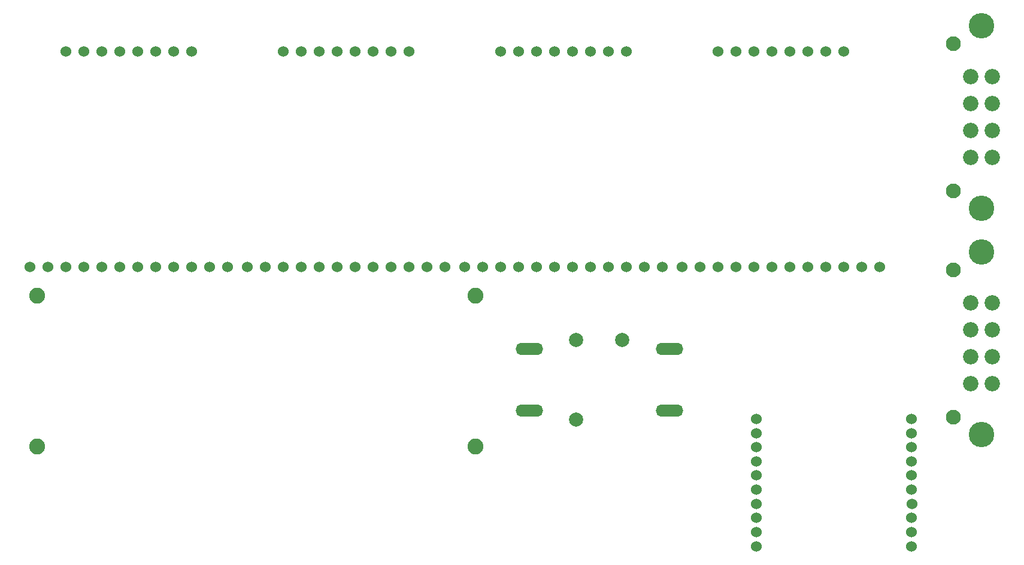
<source format=gbr>
%TF.GenerationSoftware,KiCad,Pcbnew,7.0.8*%
%TF.CreationDate,2023-12-07T17:58:44-07:00*%
%TF.ProjectId,GR-LRR-CONTROL-PCB,47522d4c-5252-42d4-934f-4e54524f4c2d,rev?*%
%TF.SameCoordinates,Original*%
%TF.FileFunction,Soldermask,Bot*%
%TF.FilePolarity,Negative*%
%FSLAX46Y46*%
G04 Gerber Fmt 4.6, Leading zero omitted, Abs format (unit mm)*
G04 Created by KiCad (PCBNEW 7.0.8) date 2023-12-07 17:58:44*
%MOMM*%
%LPD*%
G01*
G04 APERTURE LIST*
%ADD10C,2.250000*%
%ADD11C,1.524000*%
%ADD12C,2.000000*%
%ADD13O,3.900000X1.700000*%
%ADD14C,3.600000*%
%ADD15C,2.175000*%
%ADD16C,2.100000*%
G04 APERTURE END LIST*
D10*
%TO.C,U1*%
X46272500Y-108024380D03*
X108252500Y-108024380D03*
X46272500Y-86684380D03*
X108252500Y-86684380D03*
%TD*%
D11*
%TO.C,DR2*%
X111806500Y-52152380D03*
X114346500Y-52152380D03*
X116886500Y-52152380D03*
X119426500Y-52152380D03*
X121966500Y-52152380D03*
X124506500Y-52152380D03*
X127046500Y-52152380D03*
X129586500Y-52152380D03*
X134666500Y-82612380D03*
X132126500Y-82612380D03*
X129586500Y-82612380D03*
X127046500Y-82612380D03*
X124506500Y-82612380D03*
X121966500Y-82612380D03*
X119426500Y-82612380D03*
X116886500Y-82612380D03*
X114346500Y-82612380D03*
X111806500Y-82612380D03*
X109266500Y-82612380D03*
X106726500Y-82612380D03*
%TD*%
%TO.C,U2*%
X169939500Y-122150380D03*
X169939500Y-120150380D03*
X169939500Y-118150380D03*
X169972500Y-116150380D03*
X169939500Y-114150380D03*
X169939500Y-112150380D03*
X169939500Y-110150380D03*
X169939500Y-108150380D03*
X169939500Y-106150380D03*
X169939500Y-104150380D03*
X147976100Y-104150380D03*
X147976100Y-106150380D03*
X147976100Y-108150380D03*
X147976100Y-110150380D03*
X147976100Y-112150380D03*
X147976100Y-114150380D03*
X147976100Y-116150380D03*
X147976100Y-118150380D03*
X147976100Y-120150380D03*
X147976100Y-122150380D03*
%TD*%
%TO.C,DR3*%
X75982500Y-82612380D03*
X78522500Y-82612380D03*
X81062500Y-82612380D03*
X83602500Y-82612380D03*
X86142500Y-82612380D03*
X88682500Y-82612380D03*
X91222500Y-82612380D03*
X93762500Y-82612380D03*
X96302500Y-82612380D03*
X98842500Y-82612380D03*
X101382500Y-82612380D03*
X103922500Y-82612380D03*
X98842500Y-52152380D03*
X96302500Y-52152380D03*
X93762500Y-52152380D03*
X91222500Y-52152380D03*
X88682500Y-52152380D03*
X86142500Y-52152380D03*
X83602500Y-52152380D03*
X81062500Y-52152380D03*
%TD*%
D12*
%TO.C,SW1*%
X122526500Y-93024380D03*
X122526500Y-104224380D03*
X129026500Y-93024380D03*
D13*
X115876500Y-94274380D03*
X115876500Y-102974380D03*
X135676500Y-94274380D03*
X135676500Y-102974380D03*
%TD*%
D11*
%TO.C,DR1*%
X142540500Y-52152380D03*
X145080500Y-52152380D03*
X147620500Y-52152380D03*
X150160500Y-52152380D03*
X152700500Y-52152380D03*
X155240500Y-52152380D03*
X157780500Y-52152380D03*
X160320500Y-52152380D03*
X165400500Y-82612380D03*
X162860500Y-82612380D03*
X160320500Y-82612380D03*
X157780500Y-82612380D03*
X155240500Y-82612380D03*
X152700500Y-82612380D03*
X150160500Y-82612380D03*
X147620500Y-82612380D03*
X145080500Y-82612380D03*
X142540500Y-82612380D03*
X140000500Y-82612380D03*
X137460500Y-82612380D03*
%TD*%
%TO.C,DR4*%
X50328500Y-52152380D03*
X52868500Y-52152380D03*
X55408500Y-52152380D03*
X57948500Y-52152380D03*
X60488500Y-52152380D03*
X63028500Y-52152380D03*
X65568500Y-52152380D03*
X68108500Y-52152380D03*
X73188500Y-82612380D03*
X70648500Y-82612380D03*
X68108500Y-82612380D03*
X65568500Y-82612380D03*
X63028500Y-82612380D03*
X60488500Y-82612380D03*
X57948500Y-82612380D03*
X55408500Y-82612380D03*
X52868500Y-82612380D03*
X50328500Y-82612380D03*
X47788500Y-82612380D03*
X45248500Y-82612380D03*
%TD*%
D14*
%TO.C,J11*%
X179806500Y-106374380D03*
X179806500Y-80544380D03*
D15*
X181306500Y-99174380D03*
X181306500Y-95364380D03*
X181306500Y-91554380D03*
X181306500Y-87744380D03*
X178306500Y-99174380D03*
X178306500Y-95364380D03*
X178306500Y-91554380D03*
X178306500Y-87744380D03*
D16*
X175806500Y-103874380D03*
X175806500Y-83044380D03*
%TD*%
D14*
%TO.C,J10*%
X179806500Y-74374380D03*
X179806500Y-48544380D03*
D15*
X181306500Y-67174380D03*
X181306500Y-63364380D03*
X181306500Y-59554380D03*
X181306500Y-55744380D03*
X178306500Y-67174380D03*
X178306500Y-63364380D03*
X178306500Y-59554380D03*
X178306500Y-55744380D03*
D16*
X175806500Y-71874380D03*
X175806500Y-51044380D03*
%TD*%
M02*

</source>
